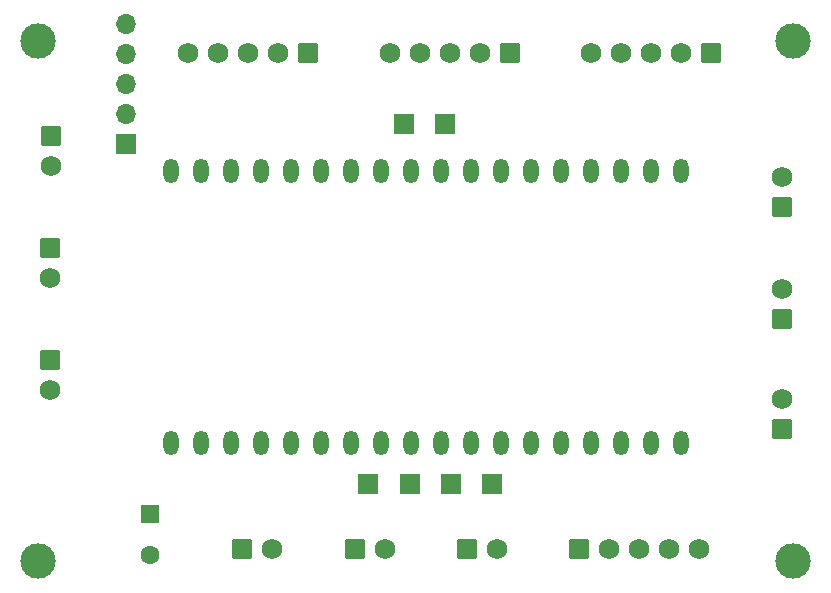
<source format=gbr>
%TF.GenerationSoftware,KiCad,Pcbnew,9.0.0*%
%TF.CreationDate,2025-03-04T16:47:24-08:00*%
%TF.ProjectId,ESPBrewRIMS_PCB,45535042-7265-4775-9249-4d535f504342,rev?*%
%TF.SameCoordinates,Original*%
%TF.FileFunction,Soldermask,Bot*%
%TF.FilePolarity,Negative*%
%FSLAX46Y46*%
G04 Gerber Fmt 4.6, Leading zero omitted, Abs format (unit mm)*
G04 Created by KiCad (PCBNEW 9.0.0) date 2025-03-04 16:47:24*
%MOMM*%
%LPD*%
G01*
G04 APERTURE LIST*
G04 Aperture macros list*
%AMRoundRect*
0 Rectangle with rounded corners*
0 $1 Rounding radius*
0 $2 $3 $4 $5 $6 $7 $8 $9 X,Y pos of 4 corners*
0 Add a 4 corners polygon primitive as box body*
4,1,4,$2,$3,$4,$5,$6,$7,$8,$9,$2,$3,0*
0 Add four circle primitives for the rounded corners*
1,1,$1+$1,$2,$3*
1,1,$1+$1,$4,$5*
1,1,$1+$1,$6,$7*
1,1,$1+$1,$8,$9*
0 Add four rect primitives between the rounded corners*
20,1,$1+$1,$2,$3,$4,$5,0*
20,1,$1+$1,$4,$5,$6,$7,0*
20,1,$1+$1,$6,$7,$8,$9,0*
20,1,$1+$1,$8,$9,$2,$3,0*%
G04 Aperture macros list end*
%ADD10C,1.740000*%
%ADD11RoundRect,0.250000X0.620000X0.620000X-0.620000X0.620000X-0.620000X-0.620000X0.620000X-0.620000X0*%
%ADD12R,1.700000X1.700000*%
%ADD13RoundRect,0.250000X-0.620000X0.620000X-0.620000X-0.620000X0.620000X-0.620000X0.620000X0.620000X0*%
%ADD14RoundRect,0.250000X0.620000X-0.620000X0.620000X0.620000X-0.620000X0.620000X-0.620000X-0.620000X0*%
%ADD15RoundRect,0.250000X-0.620000X-0.620000X0.620000X-0.620000X0.620000X0.620000X-0.620000X0.620000X0*%
%ADD16C,3.000000*%
%ADD17O,1.700000X1.700000*%
%ADD18R,1.600000X1.600000*%
%ADD19C,1.600000*%
%ADD20O,1.300000X2.100000*%
G04 APERTURE END LIST*
D10*
%TO.C,J15*%
X144340000Y-67000000D03*
X146880000Y-67000000D03*
X149420000Y-67000000D03*
X151960000Y-67000000D03*
D11*
X154500000Y-67000000D03*
%TD*%
D12*
%TO.C,J12*%
X145500000Y-73000000D03*
%TD*%
D13*
%TO.C,J19*%
X115600000Y-83460000D03*
D10*
X115600000Y-86000000D03*
%TD*%
D12*
%TO.C,J13*%
X149000000Y-73000000D03*
%TD*%
%TO.C,J11*%
X153000000Y-103500000D03*
%TD*%
%TO.C,J10*%
X149500000Y-103500000D03*
%TD*%
%TO.C,J9*%
X146000000Y-103500000D03*
%TD*%
%TO.C,J8*%
X142500000Y-103500000D03*
%TD*%
D14*
%TO.C,J4*%
X177500000Y-98770000D03*
D10*
X177500000Y-96230000D03*
%TD*%
D14*
%TO.C,J3*%
X177500000Y-89500000D03*
D10*
X177500000Y-86960000D03*
%TD*%
D15*
%TO.C,J7*%
X160380000Y-109000000D03*
D10*
X162920000Y-109000000D03*
X165460000Y-109000000D03*
X168000000Y-109000000D03*
X170540000Y-109000000D03*
%TD*%
D13*
%TO.C,J1*%
X115600000Y-93000000D03*
D10*
X115600000Y-95540000D03*
%TD*%
D15*
%TO.C,J2*%
X131840000Y-109000000D03*
D10*
X134380000Y-109000000D03*
%TD*%
D16*
%TO.C,H4*%
X178500000Y-110000000D03*
%TD*%
D15*
%TO.C,J6*%
X141380000Y-109000000D03*
D10*
X143920000Y-109000000D03*
%TD*%
D11*
%TO.C,J16*%
X137420000Y-67000000D03*
D10*
X134880000Y-67000000D03*
X132340000Y-67000000D03*
X129800000Y-67000000D03*
X127260000Y-67000000D03*
%TD*%
D16*
%TO.C,H1*%
X178500000Y-66000000D03*
%TD*%
%TO.C,H3*%
X114500000Y-110000000D03*
%TD*%
D12*
%TO.C,J20*%
X122000000Y-74660000D03*
D17*
X122000000Y-72120000D03*
X122000000Y-69580000D03*
X122000000Y-67040000D03*
X122000000Y-64500000D03*
%TD*%
D15*
%TO.C,J5*%
X150880000Y-109000000D03*
D10*
X153420000Y-109000000D03*
%TD*%
D11*
%TO.C,J18*%
X171500000Y-67000000D03*
D10*
X168960000Y-67000000D03*
X166420000Y-67000000D03*
X163880000Y-67000000D03*
X161340000Y-67000000D03*
%TD*%
D16*
%TO.C,H2*%
X114500000Y-66000000D03*
%TD*%
D14*
%TO.C,J17*%
X177500000Y-80040000D03*
D10*
X177500000Y-77500000D03*
%TD*%
D18*
%TO.C,C1*%
X124000000Y-106000000D03*
D19*
X124000000Y-109500000D03*
%TD*%
D13*
%TO.C,J14*%
X115640000Y-74000000D03*
D10*
X115640000Y-76540000D03*
%TD*%
D20*
%TO.C,U1*%
X125820000Y-100030000D03*
X128360000Y-100030000D03*
X130900000Y-100030000D03*
X133440000Y-100030000D03*
X135980000Y-100030000D03*
X138520000Y-100030000D03*
X141060000Y-100030000D03*
X143600000Y-100030000D03*
X146140000Y-100030000D03*
X148680000Y-100030000D03*
X151220000Y-100030000D03*
X153760000Y-100030000D03*
X156300000Y-100030000D03*
X158840000Y-100030000D03*
X161380000Y-100030000D03*
X163920000Y-100030000D03*
X166460000Y-100030000D03*
X169000000Y-100030000D03*
X169000000Y-77000000D03*
X166460000Y-77000000D03*
X163920000Y-77000000D03*
X161380000Y-77000000D03*
X158840000Y-77000000D03*
X156300000Y-77000000D03*
X153760000Y-77000000D03*
X151220000Y-77000000D03*
X148680000Y-77000000D03*
X146140000Y-77000000D03*
X143600000Y-77000000D03*
X141060000Y-77000000D03*
X138520000Y-77000000D03*
X135980000Y-77000000D03*
X133440000Y-77000000D03*
X130900000Y-77000000D03*
X128360000Y-77000000D03*
X125820000Y-77000000D03*
%TD*%
M02*

</source>
